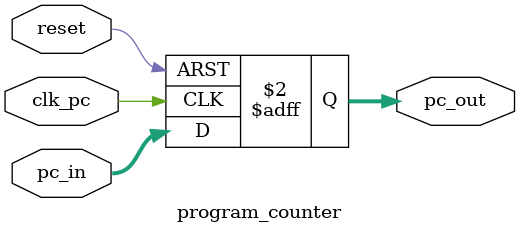
<source format=v>
`timescale  1ns/1ns
module program_counter(
	input clk_pc,
	input reset,
	input [31:0]pc_in,
	output reg [31:0] pc_out
);
always @(posedge clk_pc or posedge reset)
	begin
		if(reset)
		begin
		pc_out = 32'b0;
		end
		else
		begin
		pc_out=pc_in;
		end
	end
endmodule

</source>
